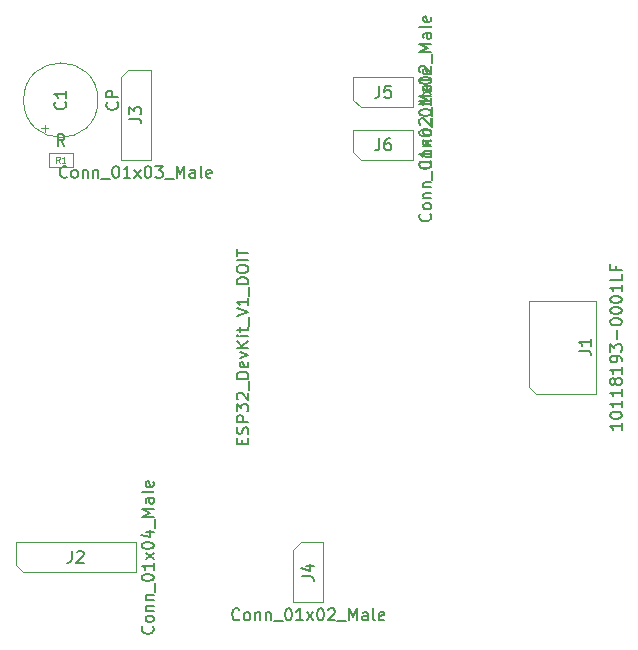
<source format=gbr>
%TF.GenerationSoftware,KiCad,Pcbnew,5.1.10*%
%TF.CreationDate,2021-10-27T21:34:53+02:00*%
%TF.ProjectId,JeanCloud_pcb_regular,4a65616e-436c-46f7-9564-5f7063625f72,rev?*%
%TF.SameCoordinates,Original*%
%TF.FileFunction,Other,Fab,Top*%
%FSLAX46Y46*%
G04 Gerber Fmt 4.6, Leading zero omitted, Abs format (unit mm)*
G04 Created by KiCad (PCBNEW 5.1.10) date 2021-10-27 21:34:53*
%MOMM*%
%LPD*%
G01*
G04 APERTURE LIST*
%ADD10C,0.100000*%
%ADD11C,0.150000*%
%ADD12C,0.080000*%
G04 APERTURE END LIST*
D10*
%TO.C,J1*%
X103715000Y-55365000D02*
X98625000Y-55365000D01*
X98065000Y-47505000D02*
X98065000Y-54805000D01*
X98625000Y-55365000D02*
X98065000Y-54805000D01*
X103715000Y-55365000D02*
X103715000Y-47505000D01*
X103715000Y-47505000D02*
X98065000Y-47505000D01*
%TO.C,J2*%
X54610000Y-69850000D02*
X54610000Y-67945000D01*
X54610000Y-67945000D02*
X64770000Y-67945000D01*
X64770000Y-67945000D02*
X64770000Y-70485000D01*
X64770000Y-70485000D02*
X55245000Y-70485000D01*
X55245000Y-70485000D02*
X54610000Y-69850000D01*
%TO.C,J3*%
X64135000Y-27940000D02*
X66040000Y-27940000D01*
X66040000Y-27940000D02*
X66040000Y-35560000D01*
X66040000Y-35560000D02*
X63500000Y-35560000D01*
X63500000Y-35560000D02*
X63500000Y-28575000D01*
X63500000Y-28575000D02*
X64135000Y-27940000D01*
%TO.C,J4*%
X78740000Y-67945000D02*
X80645000Y-67945000D01*
X80645000Y-67945000D02*
X80645000Y-73025000D01*
X80645000Y-73025000D02*
X78105000Y-73025000D01*
X78105000Y-73025000D02*
X78105000Y-68580000D01*
X78105000Y-68580000D02*
X78740000Y-67945000D01*
%TO.C,J5*%
X83820000Y-31115000D02*
X83185000Y-30480000D01*
X88265000Y-31115000D02*
X83820000Y-31115000D01*
X88265000Y-28575000D02*
X88265000Y-31115000D01*
X83185000Y-28575000D02*
X88265000Y-28575000D01*
X83185000Y-30480000D02*
X83185000Y-28575000D01*
%TO.C,J6*%
X83185000Y-34925000D02*
X83185000Y-33020000D01*
X83185000Y-33020000D02*
X88265000Y-33020000D01*
X88265000Y-33020000D02*
X88265000Y-35560000D01*
X88265000Y-35560000D02*
X83820000Y-35560000D01*
X83820000Y-35560000D02*
X83185000Y-34925000D01*
%TO.C,C1*%
X56731500Y-32878972D02*
X57361500Y-32878972D01*
X57046500Y-33193972D02*
X57046500Y-32563972D01*
X61570000Y-30500000D02*
G75*
G03*
X61570000Y-30500000I-3150000J0D01*
G01*
%TO.C,R1*%
X57420000Y-34935000D02*
X59420000Y-34935000D01*
X57420000Y-36185000D02*
X57420000Y-34935000D01*
X59420000Y-36185000D02*
X57420000Y-36185000D01*
X59420000Y-34935000D02*
X59420000Y-36185000D01*
%TD*%
%TO.C,J1*%
D11*
X105917380Y-57839761D02*
X105917380Y-58411190D01*
X105917380Y-58125476D02*
X104917380Y-58125476D01*
X105060238Y-58220714D01*
X105155476Y-58315952D01*
X105203095Y-58411190D01*
X104917380Y-57220714D02*
X104917380Y-57125476D01*
X104965000Y-57030238D01*
X105012619Y-56982619D01*
X105107857Y-56935000D01*
X105298333Y-56887380D01*
X105536428Y-56887380D01*
X105726904Y-56935000D01*
X105822142Y-56982619D01*
X105869761Y-57030238D01*
X105917380Y-57125476D01*
X105917380Y-57220714D01*
X105869761Y-57315952D01*
X105822142Y-57363571D01*
X105726904Y-57411190D01*
X105536428Y-57458809D01*
X105298333Y-57458809D01*
X105107857Y-57411190D01*
X105012619Y-57363571D01*
X104965000Y-57315952D01*
X104917380Y-57220714D01*
X105917380Y-55935000D02*
X105917380Y-56506428D01*
X105917380Y-56220714D02*
X104917380Y-56220714D01*
X105060238Y-56315952D01*
X105155476Y-56411190D01*
X105203095Y-56506428D01*
X105917380Y-54982619D02*
X105917380Y-55554047D01*
X105917380Y-55268333D02*
X104917380Y-55268333D01*
X105060238Y-55363571D01*
X105155476Y-55458809D01*
X105203095Y-55554047D01*
X105345952Y-54411190D02*
X105298333Y-54506428D01*
X105250714Y-54554047D01*
X105155476Y-54601666D01*
X105107857Y-54601666D01*
X105012619Y-54554047D01*
X104965000Y-54506428D01*
X104917380Y-54411190D01*
X104917380Y-54220714D01*
X104965000Y-54125476D01*
X105012619Y-54077857D01*
X105107857Y-54030238D01*
X105155476Y-54030238D01*
X105250714Y-54077857D01*
X105298333Y-54125476D01*
X105345952Y-54220714D01*
X105345952Y-54411190D01*
X105393571Y-54506428D01*
X105441190Y-54554047D01*
X105536428Y-54601666D01*
X105726904Y-54601666D01*
X105822142Y-54554047D01*
X105869761Y-54506428D01*
X105917380Y-54411190D01*
X105917380Y-54220714D01*
X105869761Y-54125476D01*
X105822142Y-54077857D01*
X105726904Y-54030238D01*
X105536428Y-54030238D01*
X105441190Y-54077857D01*
X105393571Y-54125476D01*
X105345952Y-54220714D01*
X105917380Y-53077857D02*
X105917380Y-53649285D01*
X105917380Y-53363571D02*
X104917380Y-53363571D01*
X105060238Y-53458809D01*
X105155476Y-53554047D01*
X105203095Y-53649285D01*
X105917380Y-52601666D02*
X105917380Y-52411190D01*
X105869761Y-52315952D01*
X105822142Y-52268333D01*
X105679285Y-52173095D01*
X105488809Y-52125476D01*
X105107857Y-52125476D01*
X105012619Y-52173095D01*
X104965000Y-52220714D01*
X104917380Y-52315952D01*
X104917380Y-52506428D01*
X104965000Y-52601666D01*
X105012619Y-52649285D01*
X105107857Y-52696904D01*
X105345952Y-52696904D01*
X105441190Y-52649285D01*
X105488809Y-52601666D01*
X105536428Y-52506428D01*
X105536428Y-52315952D01*
X105488809Y-52220714D01*
X105441190Y-52173095D01*
X105345952Y-52125476D01*
X104917380Y-51792142D02*
X104917380Y-51173095D01*
X105298333Y-51506428D01*
X105298333Y-51363571D01*
X105345952Y-51268333D01*
X105393571Y-51220714D01*
X105488809Y-51173095D01*
X105726904Y-51173095D01*
X105822142Y-51220714D01*
X105869761Y-51268333D01*
X105917380Y-51363571D01*
X105917380Y-51649285D01*
X105869761Y-51744523D01*
X105822142Y-51792142D01*
X105536428Y-50744523D02*
X105536428Y-49982619D01*
X104917380Y-49315952D02*
X104917380Y-49220714D01*
X104965000Y-49125476D01*
X105012619Y-49077857D01*
X105107857Y-49030238D01*
X105298333Y-48982619D01*
X105536428Y-48982619D01*
X105726904Y-49030238D01*
X105822142Y-49077857D01*
X105869761Y-49125476D01*
X105917380Y-49220714D01*
X105917380Y-49315952D01*
X105869761Y-49411190D01*
X105822142Y-49458809D01*
X105726904Y-49506428D01*
X105536428Y-49554047D01*
X105298333Y-49554047D01*
X105107857Y-49506428D01*
X105012619Y-49458809D01*
X104965000Y-49411190D01*
X104917380Y-49315952D01*
X104917380Y-48363571D02*
X104917380Y-48268333D01*
X104965000Y-48173095D01*
X105012619Y-48125476D01*
X105107857Y-48077857D01*
X105298333Y-48030238D01*
X105536428Y-48030238D01*
X105726904Y-48077857D01*
X105822142Y-48125476D01*
X105869761Y-48173095D01*
X105917380Y-48268333D01*
X105917380Y-48363571D01*
X105869761Y-48458809D01*
X105822142Y-48506428D01*
X105726904Y-48554047D01*
X105536428Y-48601666D01*
X105298333Y-48601666D01*
X105107857Y-48554047D01*
X105012619Y-48506428D01*
X104965000Y-48458809D01*
X104917380Y-48363571D01*
X104917380Y-47411190D02*
X104917380Y-47315952D01*
X104965000Y-47220714D01*
X105012619Y-47173095D01*
X105107857Y-47125476D01*
X105298333Y-47077857D01*
X105536428Y-47077857D01*
X105726904Y-47125476D01*
X105822142Y-47173095D01*
X105869761Y-47220714D01*
X105917380Y-47315952D01*
X105917380Y-47411190D01*
X105869761Y-47506428D01*
X105822142Y-47554047D01*
X105726904Y-47601666D01*
X105536428Y-47649285D01*
X105298333Y-47649285D01*
X105107857Y-47601666D01*
X105012619Y-47554047D01*
X104965000Y-47506428D01*
X104917380Y-47411190D01*
X105917380Y-46125476D02*
X105917380Y-46696904D01*
X105917380Y-46411190D02*
X104917380Y-46411190D01*
X105060238Y-46506428D01*
X105155476Y-46601666D01*
X105203095Y-46696904D01*
X105917380Y-45220714D02*
X105917380Y-45696904D01*
X104917380Y-45696904D01*
X105393571Y-44554047D02*
X105393571Y-44887380D01*
X105917380Y-44887380D02*
X104917380Y-44887380D01*
X104917380Y-44411190D01*
X102277380Y-51708333D02*
X102991666Y-51708333D01*
X103134523Y-51755952D01*
X103229761Y-51851190D01*
X103277380Y-51994047D01*
X103277380Y-52089285D01*
X103277380Y-50708333D02*
X103277380Y-51279761D01*
X103277380Y-50994047D02*
X102277380Y-50994047D01*
X102420238Y-51089285D01*
X102515476Y-51184523D01*
X102563095Y-51279761D01*
%TO.C,J2*%
X66187142Y-75048333D02*
X66234761Y-75095952D01*
X66282380Y-75238809D01*
X66282380Y-75334047D01*
X66234761Y-75476904D01*
X66139523Y-75572142D01*
X66044285Y-75619761D01*
X65853809Y-75667380D01*
X65710952Y-75667380D01*
X65520476Y-75619761D01*
X65425238Y-75572142D01*
X65330000Y-75476904D01*
X65282380Y-75334047D01*
X65282380Y-75238809D01*
X65330000Y-75095952D01*
X65377619Y-75048333D01*
X66282380Y-74476904D02*
X66234761Y-74572142D01*
X66187142Y-74619761D01*
X66091904Y-74667380D01*
X65806190Y-74667380D01*
X65710952Y-74619761D01*
X65663333Y-74572142D01*
X65615714Y-74476904D01*
X65615714Y-74334047D01*
X65663333Y-74238809D01*
X65710952Y-74191190D01*
X65806190Y-74143571D01*
X66091904Y-74143571D01*
X66187142Y-74191190D01*
X66234761Y-74238809D01*
X66282380Y-74334047D01*
X66282380Y-74476904D01*
X65615714Y-73715000D02*
X66282380Y-73715000D01*
X65710952Y-73715000D02*
X65663333Y-73667380D01*
X65615714Y-73572142D01*
X65615714Y-73429285D01*
X65663333Y-73334047D01*
X65758571Y-73286428D01*
X66282380Y-73286428D01*
X65615714Y-72810238D02*
X66282380Y-72810238D01*
X65710952Y-72810238D02*
X65663333Y-72762619D01*
X65615714Y-72667380D01*
X65615714Y-72524523D01*
X65663333Y-72429285D01*
X65758571Y-72381666D01*
X66282380Y-72381666D01*
X66377619Y-72143571D02*
X66377619Y-71381666D01*
X65282380Y-70953095D02*
X65282380Y-70857857D01*
X65330000Y-70762619D01*
X65377619Y-70715000D01*
X65472857Y-70667380D01*
X65663333Y-70619761D01*
X65901428Y-70619761D01*
X66091904Y-70667380D01*
X66187142Y-70715000D01*
X66234761Y-70762619D01*
X66282380Y-70857857D01*
X66282380Y-70953095D01*
X66234761Y-71048333D01*
X66187142Y-71095952D01*
X66091904Y-71143571D01*
X65901428Y-71191190D01*
X65663333Y-71191190D01*
X65472857Y-71143571D01*
X65377619Y-71095952D01*
X65330000Y-71048333D01*
X65282380Y-70953095D01*
X66282380Y-69667380D02*
X66282380Y-70238809D01*
X66282380Y-69953095D02*
X65282380Y-69953095D01*
X65425238Y-70048333D01*
X65520476Y-70143571D01*
X65568095Y-70238809D01*
X66282380Y-69334047D02*
X65615714Y-68810238D01*
X65615714Y-69334047D02*
X66282380Y-68810238D01*
X65282380Y-68238809D02*
X65282380Y-68143571D01*
X65330000Y-68048333D01*
X65377619Y-68000714D01*
X65472857Y-67953095D01*
X65663333Y-67905476D01*
X65901428Y-67905476D01*
X66091904Y-67953095D01*
X66187142Y-68000714D01*
X66234761Y-68048333D01*
X66282380Y-68143571D01*
X66282380Y-68238809D01*
X66234761Y-68334047D01*
X66187142Y-68381666D01*
X66091904Y-68429285D01*
X65901428Y-68476904D01*
X65663333Y-68476904D01*
X65472857Y-68429285D01*
X65377619Y-68381666D01*
X65330000Y-68334047D01*
X65282380Y-68238809D01*
X65615714Y-67048333D02*
X66282380Y-67048333D01*
X65234761Y-67286428D02*
X65949047Y-67524523D01*
X65949047Y-66905476D01*
X66377619Y-66762619D02*
X66377619Y-66000714D01*
X66282380Y-65762619D02*
X65282380Y-65762619D01*
X65996666Y-65429285D01*
X65282380Y-65095952D01*
X66282380Y-65095952D01*
X66282380Y-64191190D02*
X65758571Y-64191190D01*
X65663333Y-64238809D01*
X65615714Y-64334047D01*
X65615714Y-64524523D01*
X65663333Y-64619761D01*
X66234761Y-64191190D02*
X66282380Y-64286428D01*
X66282380Y-64524523D01*
X66234761Y-64619761D01*
X66139523Y-64667380D01*
X66044285Y-64667380D01*
X65949047Y-64619761D01*
X65901428Y-64524523D01*
X65901428Y-64286428D01*
X65853809Y-64191190D01*
X66282380Y-63572142D02*
X66234761Y-63667380D01*
X66139523Y-63715000D01*
X65282380Y-63715000D01*
X66234761Y-62810238D02*
X66282380Y-62905476D01*
X66282380Y-63095952D01*
X66234761Y-63191190D01*
X66139523Y-63238809D01*
X65758571Y-63238809D01*
X65663333Y-63191190D01*
X65615714Y-63095952D01*
X65615714Y-62905476D01*
X65663333Y-62810238D01*
X65758571Y-62762619D01*
X65853809Y-62762619D01*
X65949047Y-63238809D01*
X59356666Y-68667380D02*
X59356666Y-69381666D01*
X59309047Y-69524523D01*
X59213809Y-69619761D01*
X59070952Y-69667380D01*
X58975714Y-69667380D01*
X59785238Y-68762619D02*
X59832857Y-68715000D01*
X59928095Y-68667380D01*
X60166190Y-68667380D01*
X60261428Y-68715000D01*
X60309047Y-68762619D01*
X60356666Y-68857857D01*
X60356666Y-68953095D01*
X60309047Y-69095952D01*
X59737619Y-69667380D01*
X60356666Y-69667380D01*
%TO.C,J3*%
X58936666Y-36977142D02*
X58889047Y-37024761D01*
X58746190Y-37072380D01*
X58650952Y-37072380D01*
X58508095Y-37024761D01*
X58412857Y-36929523D01*
X58365238Y-36834285D01*
X58317619Y-36643809D01*
X58317619Y-36500952D01*
X58365238Y-36310476D01*
X58412857Y-36215238D01*
X58508095Y-36120000D01*
X58650952Y-36072380D01*
X58746190Y-36072380D01*
X58889047Y-36120000D01*
X58936666Y-36167619D01*
X59508095Y-37072380D02*
X59412857Y-37024761D01*
X59365238Y-36977142D01*
X59317619Y-36881904D01*
X59317619Y-36596190D01*
X59365238Y-36500952D01*
X59412857Y-36453333D01*
X59508095Y-36405714D01*
X59650952Y-36405714D01*
X59746190Y-36453333D01*
X59793809Y-36500952D01*
X59841428Y-36596190D01*
X59841428Y-36881904D01*
X59793809Y-36977142D01*
X59746190Y-37024761D01*
X59650952Y-37072380D01*
X59508095Y-37072380D01*
X60270000Y-36405714D02*
X60270000Y-37072380D01*
X60270000Y-36500952D02*
X60317619Y-36453333D01*
X60412857Y-36405714D01*
X60555714Y-36405714D01*
X60650952Y-36453333D01*
X60698571Y-36548571D01*
X60698571Y-37072380D01*
X61174761Y-36405714D02*
X61174761Y-37072380D01*
X61174761Y-36500952D02*
X61222380Y-36453333D01*
X61317619Y-36405714D01*
X61460476Y-36405714D01*
X61555714Y-36453333D01*
X61603333Y-36548571D01*
X61603333Y-37072380D01*
X61841428Y-37167619D02*
X62603333Y-37167619D01*
X63031904Y-36072380D02*
X63127142Y-36072380D01*
X63222380Y-36120000D01*
X63270000Y-36167619D01*
X63317619Y-36262857D01*
X63365238Y-36453333D01*
X63365238Y-36691428D01*
X63317619Y-36881904D01*
X63270000Y-36977142D01*
X63222380Y-37024761D01*
X63127142Y-37072380D01*
X63031904Y-37072380D01*
X62936666Y-37024761D01*
X62889047Y-36977142D01*
X62841428Y-36881904D01*
X62793809Y-36691428D01*
X62793809Y-36453333D01*
X62841428Y-36262857D01*
X62889047Y-36167619D01*
X62936666Y-36120000D01*
X63031904Y-36072380D01*
X64317619Y-37072380D02*
X63746190Y-37072380D01*
X64031904Y-37072380D02*
X64031904Y-36072380D01*
X63936666Y-36215238D01*
X63841428Y-36310476D01*
X63746190Y-36358095D01*
X64650952Y-37072380D02*
X65174761Y-36405714D01*
X64650952Y-36405714D02*
X65174761Y-37072380D01*
X65746190Y-36072380D02*
X65841428Y-36072380D01*
X65936666Y-36120000D01*
X65984285Y-36167619D01*
X66031904Y-36262857D01*
X66079523Y-36453333D01*
X66079523Y-36691428D01*
X66031904Y-36881904D01*
X65984285Y-36977142D01*
X65936666Y-37024761D01*
X65841428Y-37072380D01*
X65746190Y-37072380D01*
X65650952Y-37024761D01*
X65603333Y-36977142D01*
X65555714Y-36881904D01*
X65508095Y-36691428D01*
X65508095Y-36453333D01*
X65555714Y-36262857D01*
X65603333Y-36167619D01*
X65650952Y-36120000D01*
X65746190Y-36072380D01*
X66412857Y-36072380D02*
X67031904Y-36072380D01*
X66698571Y-36453333D01*
X66841428Y-36453333D01*
X66936666Y-36500952D01*
X66984285Y-36548571D01*
X67031904Y-36643809D01*
X67031904Y-36881904D01*
X66984285Y-36977142D01*
X66936666Y-37024761D01*
X66841428Y-37072380D01*
X66555714Y-37072380D01*
X66460476Y-37024761D01*
X66412857Y-36977142D01*
X67222380Y-37167619D02*
X67984285Y-37167619D01*
X68222380Y-37072380D02*
X68222380Y-36072380D01*
X68555714Y-36786666D01*
X68889047Y-36072380D01*
X68889047Y-37072380D01*
X69793809Y-37072380D02*
X69793809Y-36548571D01*
X69746190Y-36453333D01*
X69650952Y-36405714D01*
X69460476Y-36405714D01*
X69365238Y-36453333D01*
X69793809Y-37024761D02*
X69698571Y-37072380D01*
X69460476Y-37072380D01*
X69365238Y-37024761D01*
X69317619Y-36929523D01*
X69317619Y-36834285D01*
X69365238Y-36739047D01*
X69460476Y-36691428D01*
X69698571Y-36691428D01*
X69793809Y-36643809D01*
X70412857Y-37072380D02*
X70317619Y-37024761D01*
X70270000Y-36929523D01*
X70270000Y-36072380D01*
X71174761Y-37024761D02*
X71079523Y-37072380D01*
X70889047Y-37072380D01*
X70793809Y-37024761D01*
X70746190Y-36929523D01*
X70746190Y-36548571D01*
X70793809Y-36453333D01*
X70889047Y-36405714D01*
X71079523Y-36405714D01*
X71174761Y-36453333D01*
X71222380Y-36548571D01*
X71222380Y-36643809D01*
X70746190Y-36739047D01*
X64222380Y-32083333D02*
X64936666Y-32083333D01*
X65079523Y-32130952D01*
X65174761Y-32226190D01*
X65222380Y-32369047D01*
X65222380Y-32464285D01*
X64222380Y-31702380D02*
X64222380Y-31083333D01*
X64603333Y-31416666D01*
X64603333Y-31273809D01*
X64650952Y-31178571D01*
X64698571Y-31130952D01*
X64793809Y-31083333D01*
X65031904Y-31083333D01*
X65127142Y-31130952D01*
X65174761Y-31178571D01*
X65222380Y-31273809D01*
X65222380Y-31559523D01*
X65174761Y-31654761D01*
X65127142Y-31702380D01*
%TO.C,J4*%
X73541666Y-74442142D02*
X73494047Y-74489761D01*
X73351190Y-74537380D01*
X73255952Y-74537380D01*
X73113095Y-74489761D01*
X73017857Y-74394523D01*
X72970238Y-74299285D01*
X72922619Y-74108809D01*
X72922619Y-73965952D01*
X72970238Y-73775476D01*
X73017857Y-73680238D01*
X73113095Y-73585000D01*
X73255952Y-73537380D01*
X73351190Y-73537380D01*
X73494047Y-73585000D01*
X73541666Y-73632619D01*
X74113095Y-74537380D02*
X74017857Y-74489761D01*
X73970238Y-74442142D01*
X73922619Y-74346904D01*
X73922619Y-74061190D01*
X73970238Y-73965952D01*
X74017857Y-73918333D01*
X74113095Y-73870714D01*
X74255952Y-73870714D01*
X74351190Y-73918333D01*
X74398809Y-73965952D01*
X74446428Y-74061190D01*
X74446428Y-74346904D01*
X74398809Y-74442142D01*
X74351190Y-74489761D01*
X74255952Y-74537380D01*
X74113095Y-74537380D01*
X74875000Y-73870714D02*
X74875000Y-74537380D01*
X74875000Y-73965952D02*
X74922619Y-73918333D01*
X75017857Y-73870714D01*
X75160714Y-73870714D01*
X75255952Y-73918333D01*
X75303571Y-74013571D01*
X75303571Y-74537380D01*
X75779761Y-73870714D02*
X75779761Y-74537380D01*
X75779761Y-73965952D02*
X75827380Y-73918333D01*
X75922619Y-73870714D01*
X76065476Y-73870714D01*
X76160714Y-73918333D01*
X76208333Y-74013571D01*
X76208333Y-74537380D01*
X76446428Y-74632619D02*
X77208333Y-74632619D01*
X77636904Y-73537380D02*
X77732142Y-73537380D01*
X77827380Y-73585000D01*
X77875000Y-73632619D01*
X77922619Y-73727857D01*
X77970238Y-73918333D01*
X77970238Y-74156428D01*
X77922619Y-74346904D01*
X77875000Y-74442142D01*
X77827380Y-74489761D01*
X77732142Y-74537380D01*
X77636904Y-74537380D01*
X77541666Y-74489761D01*
X77494047Y-74442142D01*
X77446428Y-74346904D01*
X77398809Y-74156428D01*
X77398809Y-73918333D01*
X77446428Y-73727857D01*
X77494047Y-73632619D01*
X77541666Y-73585000D01*
X77636904Y-73537380D01*
X78922619Y-74537380D02*
X78351190Y-74537380D01*
X78636904Y-74537380D02*
X78636904Y-73537380D01*
X78541666Y-73680238D01*
X78446428Y-73775476D01*
X78351190Y-73823095D01*
X79255952Y-74537380D02*
X79779761Y-73870714D01*
X79255952Y-73870714D02*
X79779761Y-74537380D01*
X80351190Y-73537380D02*
X80446428Y-73537380D01*
X80541666Y-73585000D01*
X80589285Y-73632619D01*
X80636904Y-73727857D01*
X80684523Y-73918333D01*
X80684523Y-74156428D01*
X80636904Y-74346904D01*
X80589285Y-74442142D01*
X80541666Y-74489761D01*
X80446428Y-74537380D01*
X80351190Y-74537380D01*
X80255952Y-74489761D01*
X80208333Y-74442142D01*
X80160714Y-74346904D01*
X80113095Y-74156428D01*
X80113095Y-73918333D01*
X80160714Y-73727857D01*
X80208333Y-73632619D01*
X80255952Y-73585000D01*
X80351190Y-73537380D01*
X81065476Y-73632619D02*
X81113095Y-73585000D01*
X81208333Y-73537380D01*
X81446428Y-73537380D01*
X81541666Y-73585000D01*
X81589285Y-73632619D01*
X81636904Y-73727857D01*
X81636904Y-73823095D01*
X81589285Y-73965952D01*
X81017857Y-74537380D01*
X81636904Y-74537380D01*
X81827380Y-74632619D02*
X82589285Y-74632619D01*
X82827380Y-74537380D02*
X82827380Y-73537380D01*
X83160714Y-74251666D01*
X83494047Y-73537380D01*
X83494047Y-74537380D01*
X84398809Y-74537380D02*
X84398809Y-74013571D01*
X84351190Y-73918333D01*
X84255952Y-73870714D01*
X84065476Y-73870714D01*
X83970238Y-73918333D01*
X84398809Y-74489761D02*
X84303571Y-74537380D01*
X84065476Y-74537380D01*
X83970238Y-74489761D01*
X83922619Y-74394523D01*
X83922619Y-74299285D01*
X83970238Y-74204047D01*
X84065476Y-74156428D01*
X84303571Y-74156428D01*
X84398809Y-74108809D01*
X85017857Y-74537380D02*
X84922619Y-74489761D01*
X84875000Y-74394523D01*
X84875000Y-73537380D01*
X85779761Y-74489761D02*
X85684523Y-74537380D01*
X85494047Y-74537380D01*
X85398809Y-74489761D01*
X85351190Y-74394523D01*
X85351190Y-74013571D01*
X85398809Y-73918333D01*
X85494047Y-73870714D01*
X85684523Y-73870714D01*
X85779761Y-73918333D01*
X85827380Y-74013571D01*
X85827380Y-74108809D01*
X85351190Y-74204047D01*
X78827380Y-70818333D02*
X79541666Y-70818333D01*
X79684523Y-70865952D01*
X79779761Y-70961190D01*
X79827380Y-71104047D01*
X79827380Y-71199285D01*
X79160714Y-69913571D02*
X79827380Y-69913571D01*
X78779761Y-70151666D02*
X79494047Y-70389761D01*
X79494047Y-69770714D01*
%TO.C,J5*%
X89682142Y-35678333D02*
X89729761Y-35725952D01*
X89777380Y-35868809D01*
X89777380Y-35964047D01*
X89729761Y-36106904D01*
X89634523Y-36202142D01*
X89539285Y-36249761D01*
X89348809Y-36297380D01*
X89205952Y-36297380D01*
X89015476Y-36249761D01*
X88920238Y-36202142D01*
X88825000Y-36106904D01*
X88777380Y-35964047D01*
X88777380Y-35868809D01*
X88825000Y-35725952D01*
X88872619Y-35678333D01*
X89777380Y-35106904D02*
X89729761Y-35202142D01*
X89682142Y-35249761D01*
X89586904Y-35297380D01*
X89301190Y-35297380D01*
X89205952Y-35249761D01*
X89158333Y-35202142D01*
X89110714Y-35106904D01*
X89110714Y-34964047D01*
X89158333Y-34868809D01*
X89205952Y-34821190D01*
X89301190Y-34773571D01*
X89586904Y-34773571D01*
X89682142Y-34821190D01*
X89729761Y-34868809D01*
X89777380Y-34964047D01*
X89777380Y-35106904D01*
X89110714Y-34345000D02*
X89777380Y-34345000D01*
X89205952Y-34345000D02*
X89158333Y-34297380D01*
X89110714Y-34202142D01*
X89110714Y-34059285D01*
X89158333Y-33964047D01*
X89253571Y-33916428D01*
X89777380Y-33916428D01*
X89110714Y-33440238D02*
X89777380Y-33440238D01*
X89205952Y-33440238D02*
X89158333Y-33392619D01*
X89110714Y-33297380D01*
X89110714Y-33154523D01*
X89158333Y-33059285D01*
X89253571Y-33011666D01*
X89777380Y-33011666D01*
X89872619Y-32773571D02*
X89872619Y-32011666D01*
X88777380Y-31583095D02*
X88777380Y-31487857D01*
X88825000Y-31392619D01*
X88872619Y-31345000D01*
X88967857Y-31297380D01*
X89158333Y-31249761D01*
X89396428Y-31249761D01*
X89586904Y-31297380D01*
X89682142Y-31345000D01*
X89729761Y-31392619D01*
X89777380Y-31487857D01*
X89777380Y-31583095D01*
X89729761Y-31678333D01*
X89682142Y-31725952D01*
X89586904Y-31773571D01*
X89396428Y-31821190D01*
X89158333Y-31821190D01*
X88967857Y-31773571D01*
X88872619Y-31725952D01*
X88825000Y-31678333D01*
X88777380Y-31583095D01*
X89777380Y-30297380D02*
X89777380Y-30868809D01*
X89777380Y-30583095D02*
X88777380Y-30583095D01*
X88920238Y-30678333D01*
X89015476Y-30773571D01*
X89063095Y-30868809D01*
X89777380Y-29964047D02*
X89110714Y-29440238D01*
X89110714Y-29964047D02*
X89777380Y-29440238D01*
X88777380Y-28868809D02*
X88777380Y-28773571D01*
X88825000Y-28678333D01*
X88872619Y-28630714D01*
X88967857Y-28583095D01*
X89158333Y-28535476D01*
X89396428Y-28535476D01*
X89586904Y-28583095D01*
X89682142Y-28630714D01*
X89729761Y-28678333D01*
X89777380Y-28773571D01*
X89777380Y-28868809D01*
X89729761Y-28964047D01*
X89682142Y-29011666D01*
X89586904Y-29059285D01*
X89396428Y-29106904D01*
X89158333Y-29106904D01*
X88967857Y-29059285D01*
X88872619Y-29011666D01*
X88825000Y-28964047D01*
X88777380Y-28868809D01*
X88872619Y-28154523D02*
X88825000Y-28106904D01*
X88777380Y-28011666D01*
X88777380Y-27773571D01*
X88825000Y-27678333D01*
X88872619Y-27630714D01*
X88967857Y-27583095D01*
X89063095Y-27583095D01*
X89205952Y-27630714D01*
X89777380Y-28202142D01*
X89777380Y-27583095D01*
X89872619Y-27392619D02*
X89872619Y-26630714D01*
X89777380Y-26392619D02*
X88777380Y-26392619D01*
X89491666Y-26059285D01*
X88777380Y-25725952D01*
X89777380Y-25725952D01*
X89777380Y-24821190D02*
X89253571Y-24821190D01*
X89158333Y-24868809D01*
X89110714Y-24964047D01*
X89110714Y-25154523D01*
X89158333Y-25249761D01*
X89729761Y-24821190D02*
X89777380Y-24916428D01*
X89777380Y-25154523D01*
X89729761Y-25249761D01*
X89634523Y-25297380D01*
X89539285Y-25297380D01*
X89444047Y-25249761D01*
X89396428Y-25154523D01*
X89396428Y-24916428D01*
X89348809Y-24821190D01*
X89777380Y-24202142D02*
X89729761Y-24297380D01*
X89634523Y-24345000D01*
X88777380Y-24345000D01*
X89729761Y-23440238D02*
X89777380Y-23535476D01*
X89777380Y-23725952D01*
X89729761Y-23821190D01*
X89634523Y-23868809D01*
X89253571Y-23868809D01*
X89158333Y-23821190D01*
X89110714Y-23725952D01*
X89110714Y-23535476D01*
X89158333Y-23440238D01*
X89253571Y-23392619D01*
X89348809Y-23392619D01*
X89444047Y-23868809D01*
X85391666Y-29297380D02*
X85391666Y-30011666D01*
X85344047Y-30154523D01*
X85248809Y-30249761D01*
X85105952Y-30297380D01*
X85010714Y-30297380D01*
X86344047Y-29297380D02*
X85867857Y-29297380D01*
X85820238Y-29773571D01*
X85867857Y-29725952D01*
X85963095Y-29678333D01*
X86201190Y-29678333D01*
X86296428Y-29725952D01*
X86344047Y-29773571D01*
X86391666Y-29868809D01*
X86391666Y-30106904D01*
X86344047Y-30202142D01*
X86296428Y-30249761D01*
X86201190Y-30297380D01*
X85963095Y-30297380D01*
X85867857Y-30249761D01*
X85820238Y-30202142D01*
%TO.C,J6*%
X89682142Y-40123333D02*
X89729761Y-40170952D01*
X89777380Y-40313809D01*
X89777380Y-40409047D01*
X89729761Y-40551904D01*
X89634523Y-40647142D01*
X89539285Y-40694761D01*
X89348809Y-40742380D01*
X89205952Y-40742380D01*
X89015476Y-40694761D01*
X88920238Y-40647142D01*
X88825000Y-40551904D01*
X88777380Y-40409047D01*
X88777380Y-40313809D01*
X88825000Y-40170952D01*
X88872619Y-40123333D01*
X89777380Y-39551904D02*
X89729761Y-39647142D01*
X89682142Y-39694761D01*
X89586904Y-39742380D01*
X89301190Y-39742380D01*
X89205952Y-39694761D01*
X89158333Y-39647142D01*
X89110714Y-39551904D01*
X89110714Y-39409047D01*
X89158333Y-39313809D01*
X89205952Y-39266190D01*
X89301190Y-39218571D01*
X89586904Y-39218571D01*
X89682142Y-39266190D01*
X89729761Y-39313809D01*
X89777380Y-39409047D01*
X89777380Y-39551904D01*
X89110714Y-38790000D02*
X89777380Y-38790000D01*
X89205952Y-38790000D02*
X89158333Y-38742380D01*
X89110714Y-38647142D01*
X89110714Y-38504285D01*
X89158333Y-38409047D01*
X89253571Y-38361428D01*
X89777380Y-38361428D01*
X89110714Y-37885238D02*
X89777380Y-37885238D01*
X89205952Y-37885238D02*
X89158333Y-37837619D01*
X89110714Y-37742380D01*
X89110714Y-37599523D01*
X89158333Y-37504285D01*
X89253571Y-37456666D01*
X89777380Y-37456666D01*
X89872619Y-37218571D02*
X89872619Y-36456666D01*
X88777380Y-36028095D02*
X88777380Y-35932857D01*
X88825000Y-35837619D01*
X88872619Y-35790000D01*
X88967857Y-35742380D01*
X89158333Y-35694761D01*
X89396428Y-35694761D01*
X89586904Y-35742380D01*
X89682142Y-35790000D01*
X89729761Y-35837619D01*
X89777380Y-35932857D01*
X89777380Y-36028095D01*
X89729761Y-36123333D01*
X89682142Y-36170952D01*
X89586904Y-36218571D01*
X89396428Y-36266190D01*
X89158333Y-36266190D01*
X88967857Y-36218571D01*
X88872619Y-36170952D01*
X88825000Y-36123333D01*
X88777380Y-36028095D01*
X89777380Y-34742380D02*
X89777380Y-35313809D01*
X89777380Y-35028095D02*
X88777380Y-35028095D01*
X88920238Y-35123333D01*
X89015476Y-35218571D01*
X89063095Y-35313809D01*
X89777380Y-34409047D02*
X89110714Y-33885238D01*
X89110714Y-34409047D02*
X89777380Y-33885238D01*
X88777380Y-33313809D02*
X88777380Y-33218571D01*
X88825000Y-33123333D01*
X88872619Y-33075714D01*
X88967857Y-33028095D01*
X89158333Y-32980476D01*
X89396428Y-32980476D01*
X89586904Y-33028095D01*
X89682142Y-33075714D01*
X89729761Y-33123333D01*
X89777380Y-33218571D01*
X89777380Y-33313809D01*
X89729761Y-33409047D01*
X89682142Y-33456666D01*
X89586904Y-33504285D01*
X89396428Y-33551904D01*
X89158333Y-33551904D01*
X88967857Y-33504285D01*
X88872619Y-33456666D01*
X88825000Y-33409047D01*
X88777380Y-33313809D01*
X88872619Y-32599523D02*
X88825000Y-32551904D01*
X88777380Y-32456666D01*
X88777380Y-32218571D01*
X88825000Y-32123333D01*
X88872619Y-32075714D01*
X88967857Y-32028095D01*
X89063095Y-32028095D01*
X89205952Y-32075714D01*
X89777380Y-32647142D01*
X89777380Y-32028095D01*
X89872619Y-31837619D02*
X89872619Y-31075714D01*
X89777380Y-30837619D02*
X88777380Y-30837619D01*
X89491666Y-30504285D01*
X88777380Y-30170952D01*
X89777380Y-30170952D01*
X89777380Y-29266190D02*
X89253571Y-29266190D01*
X89158333Y-29313809D01*
X89110714Y-29409047D01*
X89110714Y-29599523D01*
X89158333Y-29694761D01*
X89729761Y-29266190D02*
X89777380Y-29361428D01*
X89777380Y-29599523D01*
X89729761Y-29694761D01*
X89634523Y-29742380D01*
X89539285Y-29742380D01*
X89444047Y-29694761D01*
X89396428Y-29599523D01*
X89396428Y-29361428D01*
X89348809Y-29266190D01*
X89777380Y-28647142D02*
X89729761Y-28742380D01*
X89634523Y-28790000D01*
X88777380Y-28790000D01*
X89729761Y-27885238D02*
X89777380Y-27980476D01*
X89777380Y-28170952D01*
X89729761Y-28266190D01*
X89634523Y-28313809D01*
X89253571Y-28313809D01*
X89158333Y-28266190D01*
X89110714Y-28170952D01*
X89110714Y-27980476D01*
X89158333Y-27885238D01*
X89253571Y-27837619D01*
X89348809Y-27837619D01*
X89444047Y-28313809D01*
X85391666Y-33742380D02*
X85391666Y-34456666D01*
X85344047Y-34599523D01*
X85248809Y-34694761D01*
X85105952Y-34742380D01*
X85010714Y-34742380D01*
X86296428Y-33742380D02*
X86105952Y-33742380D01*
X86010714Y-33790000D01*
X85963095Y-33837619D01*
X85867857Y-33980476D01*
X85820238Y-34170952D01*
X85820238Y-34551904D01*
X85867857Y-34647142D01*
X85915476Y-34694761D01*
X86010714Y-34742380D01*
X86201190Y-34742380D01*
X86296428Y-34694761D01*
X86344047Y-34647142D01*
X86391666Y-34551904D01*
X86391666Y-34313809D01*
X86344047Y-34218571D01*
X86296428Y-34170952D01*
X86201190Y-34123333D01*
X86010714Y-34123333D01*
X85915476Y-34170952D01*
X85867857Y-34218571D01*
X85820238Y-34313809D01*
%TO.C,U1*%
X73778571Y-59601666D02*
X73778571Y-59268333D01*
X74302380Y-59125476D02*
X74302380Y-59601666D01*
X73302380Y-59601666D01*
X73302380Y-59125476D01*
X74254761Y-58744523D02*
X74302380Y-58601666D01*
X74302380Y-58363571D01*
X74254761Y-58268333D01*
X74207142Y-58220714D01*
X74111904Y-58173095D01*
X74016666Y-58173095D01*
X73921428Y-58220714D01*
X73873809Y-58268333D01*
X73826190Y-58363571D01*
X73778571Y-58554047D01*
X73730952Y-58649285D01*
X73683333Y-58696904D01*
X73588095Y-58744523D01*
X73492857Y-58744523D01*
X73397619Y-58696904D01*
X73350000Y-58649285D01*
X73302380Y-58554047D01*
X73302380Y-58315952D01*
X73350000Y-58173095D01*
X74302380Y-57744523D02*
X73302380Y-57744523D01*
X73302380Y-57363571D01*
X73350000Y-57268333D01*
X73397619Y-57220714D01*
X73492857Y-57173095D01*
X73635714Y-57173095D01*
X73730952Y-57220714D01*
X73778571Y-57268333D01*
X73826190Y-57363571D01*
X73826190Y-57744523D01*
X73302380Y-56839761D02*
X73302380Y-56220714D01*
X73683333Y-56554047D01*
X73683333Y-56411190D01*
X73730952Y-56315952D01*
X73778571Y-56268333D01*
X73873809Y-56220714D01*
X74111904Y-56220714D01*
X74207142Y-56268333D01*
X74254761Y-56315952D01*
X74302380Y-56411190D01*
X74302380Y-56696904D01*
X74254761Y-56792142D01*
X74207142Y-56839761D01*
X73397619Y-55839761D02*
X73350000Y-55792142D01*
X73302380Y-55696904D01*
X73302380Y-55458809D01*
X73350000Y-55363571D01*
X73397619Y-55315952D01*
X73492857Y-55268333D01*
X73588095Y-55268333D01*
X73730952Y-55315952D01*
X74302380Y-55887380D01*
X74302380Y-55268333D01*
X74397619Y-55077857D02*
X74397619Y-54315952D01*
X74302380Y-54077857D02*
X73302380Y-54077857D01*
X73302380Y-53839761D01*
X73350000Y-53696904D01*
X73445238Y-53601666D01*
X73540476Y-53554047D01*
X73730952Y-53506428D01*
X73873809Y-53506428D01*
X74064285Y-53554047D01*
X74159523Y-53601666D01*
X74254761Y-53696904D01*
X74302380Y-53839761D01*
X74302380Y-54077857D01*
X74254761Y-52696904D02*
X74302380Y-52792142D01*
X74302380Y-52982619D01*
X74254761Y-53077857D01*
X74159523Y-53125476D01*
X73778571Y-53125476D01*
X73683333Y-53077857D01*
X73635714Y-52982619D01*
X73635714Y-52792142D01*
X73683333Y-52696904D01*
X73778571Y-52649285D01*
X73873809Y-52649285D01*
X73969047Y-53125476D01*
X73635714Y-52315952D02*
X74302380Y-52077857D01*
X73635714Y-51839761D01*
X74302380Y-51458809D02*
X73302380Y-51458809D01*
X74302380Y-50887380D02*
X73730952Y-51315952D01*
X73302380Y-50887380D02*
X73873809Y-51458809D01*
X74302380Y-50458809D02*
X73635714Y-50458809D01*
X73302380Y-50458809D02*
X73350000Y-50506428D01*
X73397619Y-50458809D01*
X73350000Y-50411190D01*
X73302380Y-50458809D01*
X73397619Y-50458809D01*
X73635714Y-50125476D02*
X73635714Y-49744523D01*
X73302380Y-49982619D02*
X74159523Y-49982619D01*
X74254761Y-49935000D01*
X74302380Y-49839761D01*
X74302380Y-49744523D01*
X74397619Y-49649285D02*
X74397619Y-48887380D01*
X73302380Y-48792142D02*
X74302380Y-48458809D01*
X73302380Y-48125476D01*
X74302380Y-47268333D02*
X74302380Y-47839761D01*
X74302380Y-47554047D02*
X73302380Y-47554047D01*
X73445238Y-47649285D01*
X73540476Y-47744523D01*
X73588095Y-47839761D01*
X74397619Y-47077857D02*
X74397619Y-46315952D01*
X74302380Y-46077857D02*
X73302380Y-46077857D01*
X73302380Y-45839761D01*
X73350000Y-45696904D01*
X73445238Y-45601666D01*
X73540476Y-45554047D01*
X73730952Y-45506428D01*
X73873809Y-45506428D01*
X74064285Y-45554047D01*
X74159523Y-45601666D01*
X74254761Y-45696904D01*
X74302380Y-45839761D01*
X74302380Y-46077857D01*
X73302380Y-44887380D02*
X73302380Y-44696904D01*
X73350000Y-44601666D01*
X73445238Y-44506428D01*
X73635714Y-44458809D01*
X73969047Y-44458809D01*
X74159523Y-44506428D01*
X74254761Y-44601666D01*
X74302380Y-44696904D01*
X74302380Y-44887380D01*
X74254761Y-44982619D01*
X74159523Y-45077857D01*
X73969047Y-45125476D01*
X73635714Y-45125476D01*
X73445238Y-45077857D01*
X73350000Y-44982619D01*
X73302380Y-44887380D01*
X74302380Y-44030238D02*
X73302380Y-44030238D01*
X73302380Y-43696904D02*
X73302380Y-43125476D01*
X74302380Y-43411190D02*
X73302380Y-43411190D01*
%TO.C,C1*%
X63177142Y-30690476D02*
X63224761Y-30738095D01*
X63272380Y-30880952D01*
X63272380Y-30976190D01*
X63224761Y-31119047D01*
X63129523Y-31214285D01*
X63034285Y-31261904D01*
X62843809Y-31309523D01*
X62700952Y-31309523D01*
X62510476Y-31261904D01*
X62415238Y-31214285D01*
X62320000Y-31119047D01*
X62272380Y-30976190D01*
X62272380Y-30880952D01*
X62320000Y-30738095D01*
X62367619Y-30690476D01*
X63272380Y-30261904D02*
X62272380Y-30261904D01*
X62272380Y-29880952D01*
X62320000Y-29785714D01*
X62367619Y-29738095D01*
X62462857Y-29690476D01*
X62605714Y-29690476D01*
X62700952Y-29738095D01*
X62748571Y-29785714D01*
X62796190Y-29880952D01*
X62796190Y-30261904D01*
X58777142Y-30666666D02*
X58824761Y-30714285D01*
X58872380Y-30857142D01*
X58872380Y-30952380D01*
X58824761Y-31095238D01*
X58729523Y-31190476D01*
X58634285Y-31238095D01*
X58443809Y-31285714D01*
X58300952Y-31285714D01*
X58110476Y-31238095D01*
X58015238Y-31190476D01*
X57920000Y-31095238D01*
X57872380Y-30952380D01*
X57872380Y-30857142D01*
X57920000Y-30714285D01*
X57967619Y-30666666D01*
X58872380Y-29714285D02*
X58872380Y-30285714D01*
X58872380Y-30000000D02*
X57872380Y-30000000D01*
X58015238Y-30095238D01*
X58110476Y-30190476D01*
X58158095Y-30285714D01*
%TO.C,R1*%
X58729523Y-34362380D02*
X58396190Y-33886190D01*
X58158095Y-34362380D02*
X58158095Y-33362380D01*
X58539047Y-33362380D01*
X58634285Y-33410000D01*
X58681904Y-33457619D01*
X58729523Y-33552857D01*
X58729523Y-33695714D01*
X58681904Y-33790952D01*
X58634285Y-33838571D01*
X58539047Y-33886190D01*
X58158095Y-33886190D01*
D12*
X58336666Y-35786190D02*
X58170000Y-35548095D01*
X58050952Y-35786190D02*
X58050952Y-35286190D01*
X58241428Y-35286190D01*
X58289047Y-35310000D01*
X58312857Y-35333809D01*
X58336666Y-35381428D01*
X58336666Y-35452857D01*
X58312857Y-35500476D01*
X58289047Y-35524285D01*
X58241428Y-35548095D01*
X58050952Y-35548095D01*
X58812857Y-35786190D02*
X58527142Y-35786190D01*
X58670000Y-35786190D02*
X58670000Y-35286190D01*
X58622380Y-35357619D01*
X58574761Y-35405238D01*
X58527142Y-35429047D01*
%TD*%
M02*

</source>
